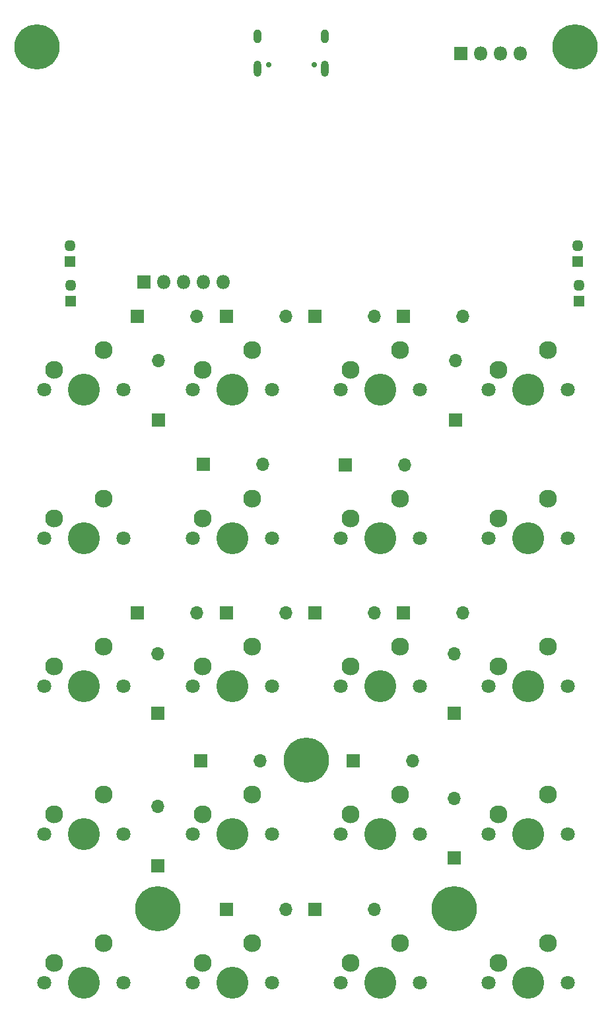
<source format=gbr>
%TF.GenerationSoftware,KiCad,Pcbnew,(5.1.6)-1*%
%TF.CreationDate,2021-03-02T19:52:57+09:00*%
%TF.ProjectId,Keypad4x4,4b657970-6164-4347-9834-2e6b69636164,rev?*%
%TF.SameCoordinates,Original*%
%TF.FileFunction,Soldermask,Bot*%
%TF.FilePolarity,Negative*%
%FSLAX46Y46*%
G04 Gerber Fmt 4.6, Leading zero omitted, Abs format (unit mm)*
G04 Created by KiCad (PCBNEW (5.1.6)-1) date 2021-03-02 19:52:57*
%MOMM*%
%LPD*%
G01*
G04 APERTURE LIST*
%ADD10R,1.700000X1.700000*%
%ADD11O,1.700000X1.700000*%
%ADD12C,5.800000*%
%ADD13O,1.000000X2.100000*%
%ADD14O,1.000000X1.800000*%
%ADD15C,0.700000*%
%ADD16R,1.800000X1.800000*%
%ADD17O,1.800000X1.800000*%
%ADD18C,2.300000*%
%ADD19C,4.100000*%
%ADD20C,1.800000*%
%ADD21R,1.450000X1.450000*%
%ADD22O,1.450000X1.450000*%
G04 APERTURE END LIST*
D10*
%TO.C,D1*%
X25858000Y-9598000D03*
D11*
X33478000Y-9598000D03*
%TD*%
D10*
%TO.C,D2*%
X37238000Y-9598000D03*
D11*
X44858000Y-9598000D03*
%TD*%
%TO.C,D3*%
X56238000Y-9598000D03*
D10*
X48618000Y-9598000D03*
%TD*%
D11*
%TO.C,D4*%
X67618000Y-9598000D03*
D10*
X59998000Y-9598000D03*
%TD*%
D11*
%TO.C,D5*%
X28575000Y-15240000D03*
D10*
X28575000Y-22860000D03*
%TD*%
%TO.C,D6*%
X34290000Y-28575000D03*
D11*
X41910000Y-28575000D03*
%TD*%
%TO.C,D7*%
X60120000Y-28598000D03*
D10*
X52500000Y-28598000D03*
%TD*%
%TO.C,D8*%
X66675000Y-22860000D03*
D11*
X66675000Y-15240000D03*
%TD*%
D10*
%TO.C,D9*%
X25858000Y-47598000D03*
D11*
X33478000Y-47598000D03*
%TD*%
%TO.C,D10*%
X44858000Y-47598000D03*
D10*
X37238000Y-47598000D03*
%TD*%
%TO.C,D11*%
X48618000Y-47598000D03*
D11*
X56238000Y-47598000D03*
%TD*%
%TO.C,D12*%
X67618000Y-47598000D03*
D10*
X59998000Y-47598000D03*
%TD*%
%TO.C,D13*%
X28500000Y-60500000D03*
D11*
X28500000Y-52880000D03*
%TD*%
%TO.C,D14*%
X41620000Y-66598000D03*
D10*
X34000000Y-66598000D03*
%TD*%
%TO.C,D15*%
X66500000Y-60500000D03*
D11*
X66500000Y-52880000D03*
%TD*%
%TO.C,D16*%
X61120000Y-66598000D03*
D10*
X53500000Y-66598000D03*
%TD*%
D11*
%TO.C,D17*%
X28500000Y-72380000D03*
D10*
X28500000Y-80000000D03*
%TD*%
%TO.C,D18*%
X37238000Y-85598000D03*
D11*
X44858000Y-85598000D03*
%TD*%
%TO.C,D19*%
X56238000Y-85598000D03*
D10*
X48618000Y-85598000D03*
%TD*%
%TO.C,D20*%
X66500000Y-79000000D03*
D11*
X66500000Y-71380000D03*
%TD*%
D12*
%TO.C,H1*%
X13000000Y25000000D03*
%TD*%
%TO.C,H2*%
X82000000Y25000000D03*
%TD*%
%TO.C,H3*%
X28500000Y-85500000D03*
%TD*%
%TO.C,H4*%
X66500000Y-85500000D03*
%TD*%
%TO.C,H5*%
X47500000Y-66500000D03*
%TD*%
D13*
%TO.C,J1*%
X49920000Y22170000D03*
X41280000Y22170000D03*
D14*
X49920000Y26340000D03*
X41280000Y26340000D03*
D15*
X42710000Y22650000D03*
X48490000Y22650000D03*
%TD*%
D16*
%TO.C,J2*%
X67310000Y24130000D03*
D17*
X69850000Y24130000D03*
X72390000Y24130000D03*
X74930000Y24130000D03*
%TD*%
D16*
%TO.C,J3*%
X26670000Y-5207000D03*
D17*
X29210000Y-5207000D03*
X31750000Y-5207000D03*
X34290000Y-5207000D03*
X36830000Y-5207000D03*
%TD*%
D18*
%TO.C,SW1*%
X21540000Y-13920000D03*
X15190000Y-16460000D03*
D19*
X19000000Y-19000000D03*
D20*
X13920000Y-19000000D03*
X24080000Y-19000000D03*
%TD*%
D18*
%TO.C,SW2*%
X40540000Y-13920000D03*
X34190000Y-16460000D03*
D19*
X38000000Y-19000000D03*
D20*
X32920000Y-19000000D03*
X43080000Y-19000000D03*
%TD*%
D18*
%TO.C,SW3*%
X59540000Y-13920000D03*
X53190000Y-16460000D03*
D19*
X57000000Y-19000000D03*
D20*
X51920000Y-19000000D03*
X62080000Y-19000000D03*
%TD*%
D18*
%TO.C,SW4*%
X78540000Y-13920000D03*
X72190000Y-16460000D03*
D19*
X76000000Y-19000000D03*
D20*
X70920000Y-19000000D03*
X81080000Y-19000000D03*
%TD*%
%TO.C,SW5*%
X24080000Y-38000000D03*
X13920000Y-38000000D03*
D19*
X19000000Y-38000000D03*
D18*
X15190000Y-35460000D03*
X21540000Y-32920000D03*
%TD*%
%TO.C,SW6*%
X40540000Y-32920000D03*
X34190000Y-35460000D03*
D19*
X38000000Y-38000000D03*
D20*
X32920000Y-38000000D03*
X43080000Y-38000000D03*
%TD*%
%TO.C,SW7*%
X62080000Y-38000000D03*
X51920000Y-38000000D03*
D19*
X57000000Y-38000000D03*
D18*
X53190000Y-35460000D03*
X59540000Y-32920000D03*
%TD*%
%TO.C,SW8*%
X78540000Y-32920000D03*
X72190000Y-35460000D03*
D19*
X76000000Y-38000000D03*
D20*
X70920000Y-38000000D03*
X81080000Y-38000000D03*
%TD*%
%TO.C,SW9*%
X24080000Y-57000000D03*
X13920000Y-57000000D03*
D19*
X19000000Y-57000000D03*
D18*
X15190000Y-54460000D03*
X21540000Y-51920000D03*
%TD*%
D20*
%TO.C,SW10*%
X43080000Y-57000000D03*
X32920000Y-57000000D03*
D19*
X38000000Y-57000000D03*
D18*
X34190000Y-54460000D03*
X40540000Y-51920000D03*
%TD*%
D20*
%TO.C,SW11*%
X62080000Y-57000000D03*
X51920000Y-57000000D03*
D19*
X57000000Y-57000000D03*
D18*
X53190000Y-54460000D03*
X59540000Y-51920000D03*
%TD*%
D20*
%TO.C,SW12*%
X81080000Y-57000000D03*
X70920000Y-57000000D03*
D19*
X76000000Y-57000000D03*
D18*
X72190000Y-54460000D03*
X78540000Y-51920000D03*
%TD*%
D20*
%TO.C,SW13*%
X24080000Y-76000000D03*
X13920000Y-76000000D03*
D19*
X19000000Y-76000000D03*
D18*
X15190000Y-73460000D03*
X21540000Y-70920000D03*
%TD*%
%TO.C,SW14*%
X40540000Y-70920000D03*
X34190000Y-73460000D03*
D19*
X38000000Y-76000000D03*
D20*
X32920000Y-76000000D03*
X43080000Y-76000000D03*
%TD*%
D18*
%TO.C,SW15*%
X59540000Y-70920000D03*
X53190000Y-73460000D03*
D19*
X57000000Y-76000000D03*
D20*
X51920000Y-76000000D03*
X62080000Y-76000000D03*
%TD*%
D18*
%TO.C,SW16*%
X78540000Y-70920000D03*
X72190000Y-73460000D03*
D19*
X76000000Y-76000000D03*
D20*
X70920000Y-76000000D03*
X81080000Y-76000000D03*
%TD*%
D18*
%TO.C,SW17*%
X21540000Y-89920000D03*
X15190000Y-92460000D03*
D19*
X19000000Y-95000000D03*
D20*
X13920000Y-95000000D03*
X24080000Y-95000000D03*
%TD*%
%TO.C,SW18*%
X43080000Y-95000000D03*
X32920000Y-95000000D03*
D19*
X38000000Y-95000000D03*
D18*
X34190000Y-92460000D03*
X40540000Y-89920000D03*
%TD*%
D20*
%TO.C,SW19*%
X62080000Y-95000000D03*
X51920000Y-95000000D03*
D19*
X57000000Y-95000000D03*
D18*
X53190000Y-92460000D03*
X59540000Y-89920000D03*
%TD*%
D20*
%TO.C,SW20*%
X81080000Y-95000000D03*
X70920000Y-95000000D03*
D19*
X76000000Y-95000000D03*
D18*
X72190000Y-92460000D03*
X78540000Y-89920000D03*
%TD*%
D21*
%TO.C,J4*%
X17200000Y-2540000D03*
D22*
X17200000Y-540000D03*
%TD*%
%TO.C,J5*%
X82300000Y-540000D03*
D21*
X82300000Y-2540000D03*
%TD*%
D22*
%TO.C,J6*%
X17250000Y-5620000D03*
D21*
X17250000Y-7620000D03*
%TD*%
%TO.C,J7*%
X82500000Y-7620000D03*
D22*
X82500000Y-5620000D03*
%TD*%
M02*

</source>
